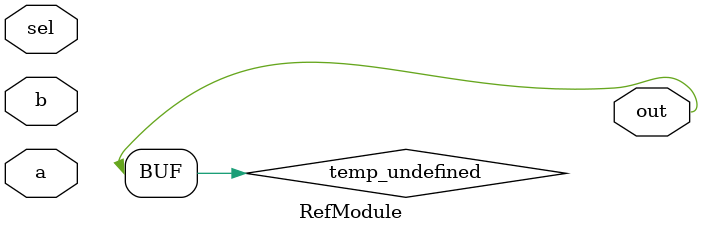
<source format=sv>

module RefModule (
  input a,
  input b,
  input sel,
  output out
);

  assign out = temp_undefined;

endmodule


</source>
